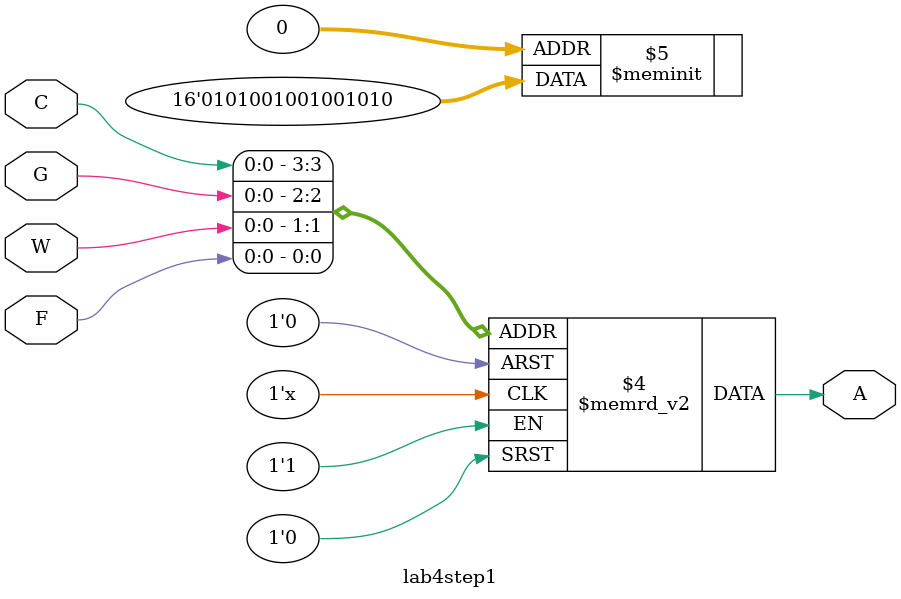
<source format=v>
module lab4step1(C, G, W, F, A);
	input C, G, W, F;
	output reg A;
	
	always @(C or G or W or F)
	begin
		//pins assigned as (F C G W)
		case({C,G,W,F})
			4'b0000: A = 0;
			4'b0001: A = 1;
			4'b0010: A = 0;
			4'b0011: A = 1;
			4'b0100: A = 0;
			4'b0101: A = 0;
			4'b0110: A = 1;
			4'b0111: A = 0;
			4'b1000: A = 0;
			4'b1001: A = 1;
			4'b1010: A = 0;
			4'b1011: A = 0;
			4'b1100: A = 1;
			4'b1101: A = 0;
			4'b1110: A = 1;
			4'b1111: A = 0;
		endcase
	end
endmodule

</source>
